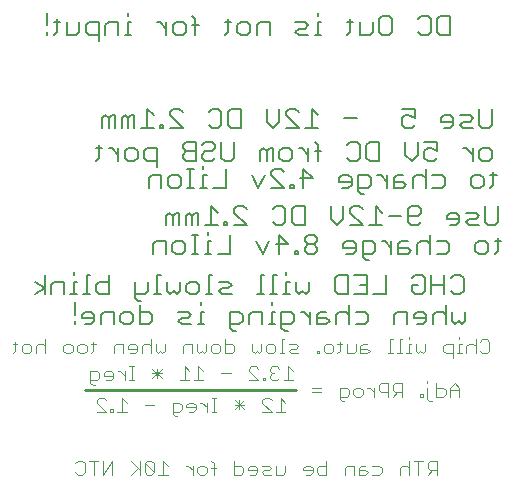
<source format=gbr>
G04 EAGLE Gerber RS-274X export*
G75*
%MOMM*%
%FSLAX34Y34*%
%LPD*%
%INSilkscreen Bottom*%
%IPPOS*%
%AMOC8*
5,1,8,0,0,1.08239X$1,22.5*%
G01*
%ADD10C,0.254000*%
%ADD11C,0.152400*%
%ADD12C,0.101600*%


D10*
X80010Y81280D02*
X259080Y81280D01*
D11*
X424688Y305734D02*
X424688Y319292D01*
X424688Y305734D02*
X421976Y303022D01*
X416553Y303022D01*
X413841Y305734D01*
X413841Y319292D01*
X408316Y303022D02*
X400182Y303022D01*
X397470Y305734D01*
X400182Y308445D01*
X405605Y308445D01*
X408316Y311157D01*
X405605Y313869D01*
X397470Y313869D01*
X389233Y303022D02*
X383810Y303022D01*
X389233Y303022D02*
X391945Y305734D01*
X391945Y311157D01*
X389233Y313869D01*
X383810Y313869D01*
X381098Y311157D01*
X381098Y308445D01*
X391945Y308445D01*
X359202Y319292D02*
X348355Y319292D01*
X359202Y319292D02*
X359202Y311157D01*
X353778Y313869D01*
X351067Y313869D01*
X348355Y311157D01*
X348355Y305734D01*
X351067Y303022D01*
X356490Y303022D01*
X359202Y305734D01*
X310087Y311157D02*
X299240Y311157D01*
X277344Y313869D02*
X271921Y319292D01*
X271921Y303022D01*
X277344Y303022D02*
X266497Y303022D01*
X260972Y303022D02*
X250126Y303022D01*
X260972Y303022D02*
X250126Y313869D01*
X250126Y316580D01*
X252837Y319292D01*
X258261Y319292D01*
X260972Y316580D01*
X244601Y319292D02*
X244601Y308445D01*
X239178Y303022D01*
X233754Y308445D01*
X233754Y319292D01*
X211858Y319292D02*
X211858Y303022D01*
X203723Y303022D01*
X201011Y305734D01*
X201011Y316580D01*
X203723Y319292D01*
X211858Y319292D01*
X187351Y319292D02*
X184640Y316580D01*
X187351Y319292D02*
X192775Y319292D01*
X195486Y316580D01*
X195486Y305734D01*
X192775Y303022D01*
X187351Y303022D01*
X184640Y305734D01*
X162743Y303022D02*
X151896Y303022D01*
X162743Y303022D02*
X151896Y313869D01*
X151896Y316580D01*
X154608Y319292D01*
X160031Y319292D01*
X162743Y316580D01*
X146371Y305734D02*
X146371Y303022D01*
X146371Y305734D02*
X143660Y305734D01*
X143660Y303022D01*
X146371Y303022D01*
X138186Y313869D02*
X132762Y319292D01*
X132762Y303022D01*
X127339Y303022D02*
X138186Y303022D01*
X121814Y303022D02*
X121814Y313869D01*
X119102Y313869D01*
X116391Y311157D01*
X116391Y303022D01*
X116391Y311157D02*
X113679Y313869D01*
X110968Y311157D01*
X110968Y303022D01*
X105443Y303022D02*
X105443Y313869D01*
X102731Y313869D01*
X100019Y311157D01*
X100019Y303022D01*
X100019Y311157D02*
X97308Y313869D01*
X94596Y311157D01*
X94596Y303022D01*
X416553Y275082D02*
X421976Y275082D01*
X416553Y275082D02*
X413841Y277794D01*
X413841Y283217D01*
X416553Y285929D01*
X421976Y285929D01*
X424688Y283217D01*
X424688Y277794D01*
X421976Y275082D01*
X408316Y275082D02*
X408316Y285929D01*
X402893Y285929D02*
X408316Y280505D01*
X402893Y285929D02*
X400182Y285929D01*
X378302Y291352D02*
X367455Y291352D01*
X378302Y291352D02*
X378302Y283217D01*
X372879Y285929D01*
X370167Y285929D01*
X367455Y283217D01*
X367455Y277794D01*
X370167Y275082D01*
X375590Y275082D01*
X378302Y277794D01*
X361930Y280505D02*
X361930Y291352D01*
X361930Y280505D02*
X356507Y275082D01*
X351084Y280505D01*
X351084Y291352D01*
X329187Y291352D02*
X329187Y275082D01*
X321052Y275082D01*
X318341Y277794D01*
X318341Y288640D01*
X321052Y291352D01*
X329187Y291352D01*
X304681Y291352D02*
X301969Y288640D01*
X304681Y291352D02*
X310104Y291352D01*
X312816Y288640D01*
X312816Y277794D01*
X310104Y275082D01*
X304681Y275082D01*
X301969Y277794D01*
X277361Y275082D02*
X277361Y288640D01*
X274649Y291352D01*
X274649Y283217D02*
X280073Y283217D01*
X269158Y285929D02*
X269158Y275082D01*
X269158Y280505D02*
X263735Y285929D01*
X261023Y285929D01*
X252804Y275082D02*
X247380Y275082D01*
X244669Y277794D01*
X244669Y283217D01*
X247380Y285929D01*
X252804Y285929D01*
X255515Y283217D01*
X255515Y277794D01*
X252804Y275082D01*
X239144Y275082D02*
X239144Y285929D01*
X236432Y285929D01*
X233720Y283217D01*
X233720Y275082D01*
X233720Y283217D02*
X231009Y285929D01*
X228297Y283217D01*
X228297Y275082D01*
X206401Y277794D02*
X206401Y291352D01*
X206401Y277794D02*
X203689Y275082D01*
X198266Y275082D01*
X195554Y277794D01*
X195554Y291352D01*
X181894Y291352D02*
X179182Y288640D01*
X181894Y291352D02*
X187317Y291352D01*
X190029Y288640D01*
X190029Y285929D01*
X187317Y283217D01*
X181894Y283217D01*
X179182Y280505D01*
X179182Y277794D01*
X181894Y275082D01*
X187317Y275082D01*
X190029Y277794D01*
X173657Y275082D02*
X173657Y291352D01*
X165522Y291352D01*
X162811Y288640D01*
X162811Y285929D01*
X165522Y283217D01*
X162811Y280505D01*
X162811Y277794D01*
X165522Y275082D01*
X173657Y275082D01*
X173657Y283217D02*
X165522Y283217D01*
X140914Y285929D02*
X140914Y269659D01*
X140914Y285929D02*
X132779Y285929D01*
X130068Y283217D01*
X130068Y277794D01*
X132779Y275082D01*
X140914Y275082D01*
X121831Y275082D02*
X116408Y275082D01*
X113696Y277794D01*
X113696Y283217D01*
X116408Y285929D01*
X121831Y285929D01*
X124543Y283217D01*
X124543Y277794D01*
X121831Y275082D01*
X108171Y275082D02*
X108171Y285929D01*
X102748Y285929D02*
X108171Y280505D01*
X102748Y285929D02*
X100036Y285929D01*
X91817Y288640D02*
X91817Y277794D01*
X89105Y275082D01*
X89105Y285929D02*
X94528Y285929D01*
X425786Y265780D02*
X425786Y254934D01*
X423075Y252222D01*
X423075Y263069D02*
X428498Y263069D01*
X414872Y252222D02*
X409449Y252222D01*
X406737Y254934D01*
X406737Y260357D01*
X409449Y263069D01*
X414872Y263069D01*
X417584Y260357D01*
X417584Y254934D01*
X414872Y252222D01*
X382129Y263069D02*
X373994Y263069D01*
X382129Y263069D02*
X384841Y260357D01*
X384841Y254934D01*
X382129Y252222D01*
X373994Y252222D01*
X368469Y252222D02*
X368469Y268492D01*
X365757Y263069D02*
X368469Y260357D01*
X365757Y263069D02*
X360334Y263069D01*
X357622Y260357D01*
X357622Y252222D01*
X349386Y263069D02*
X343962Y263069D01*
X341251Y260357D01*
X341251Y252222D01*
X349386Y252222D01*
X352097Y254934D01*
X349386Y257645D01*
X341251Y257645D01*
X335726Y252222D02*
X335726Y263069D01*
X330303Y263069D02*
X335726Y257645D01*
X330303Y263069D02*
X327591Y263069D01*
X316660Y246799D02*
X313948Y246799D01*
X311236Y249510D01*
X311236Y263069D01*
X319371Y263069D01*
X322083Y260357D01*
X322083Y254934D01*
X319371Y252222D01*
X311236Y252222D01*
X303000Y252222D02*
X297576Y252222D01*
X303000Y252222D02*
X305711Y254934D01*
X305711Y260357D01*
X303000Y263069D01*
X297576Y263069D01*
X294865Y260357D01*
X294865Y257645D01*
X305711Y257645D01*
X264833Y252222D02*
X264833Y268492D01*
X272968Y260357D01*
X262122Y260357D01*
X256597Y254934D02*
X256597Y252222D01*
X256597Y254934D02*
X253885Y254934D01*
X253885Y252222D01*
X256597Y252222D01*
X248411Y252222D02*
X237564Y252222D01*
X248411Y252222D02*
X237564Y263069D01*
X237564Y265780D01*
X240276Y268492D01*
X245699Y268492D01*
X248411Y265780D01*
X232039Y263069D02*
X226616Y252222D01*
X221193Y263069D01*
X199296Y268492D02*
X199296Y252222D01*
X188450Y252222D01*
X182925Y263069D02*
X180213Y263069D01*
X180213Y252222D01*
X182925Y252222D02*
X177501Y252222D01*
X180213Y268492D02*
X180213Y271204D01*
X172010Y252222D02*
X166587Y252222D01*
X169299Y252222D02*
X169299Y268492D01*
X172010Y268492D02*
X166587Y268492D01*
X158384Y252222D02*
X152961Y252222D01*
X150249Y254934D01*
X150249Y260357D01*
X152961Y263069D01*
X158384Y263069D01*
X161096Y260357D01*
X161096Y254934D01*
X158384Y252222D01*
X144724Y252222D02*
X144724Y263069D01*
X136589Y263069D01*
X133878Y260357D01*
X133878Y252222D01*
X389711Y175610D02*
X392423Y178322D01*
X397846Y178322D01*
X400558Y175610D01*
X400558Y164764D01*
X397846Y162052D01*
X392423Y162052D01*
X389711Y164764D01*
X384186Y162052D02*
X384186Y178322D01*
X384186Y170187D02*
X373340Y170187D01*
X373340Y178322D02*
X373340Y162052D01*
X359680Y178322D02*
X356968Y175610D01*
X359680Y178322D02*
X365103Y178322D01*
X367815Y175610D01*
X367815Y164764D01*
X365103Y162052D01*
X359680Y162052D01*
X356968Y164764D01*
X356968Y170187D01*
X362392Y170187D01*
X335072Y178322D02*
X335072Y162052D01*
X324225Y162052D01*
X318700Y178322D02*
X307854Y178322D01*
X318700Y178322D02*
X318700Y162052D01*
X307854Y162052D01*
X313277Y170187D02*
X318700Y170187D01*
X302329Y178322D02*
X302329Y162052D01*
X294194Y162052D01*
X291482Y164764D01*
X291482Y175610D01*
X294194Y178322D01*
X302329Y178322D01*
X269586Y172899D02*
X269586Y164764D01*
X266874Y162052D01*
X264162Y164764D01*
X261451Y162052D01*
X258739Y164764D01*
X258739Y172899D01*
X253214Y172899D02*
X250502Y172899D01*
X250502Y162052D01*
X247791Y162052D02*
X253214Y162052D01*
X250502Y178322D02*
X250502Y181034D01*
X242300Y178322D02*
X239588Y178322D01*
X239588Y162052D01*
X242300Y162052D02*
X236876Y162052D01*
X231385Y178322D02*
X228674Y178322D01*
X228674Y162052D01*
X231385Y162052D02*
X225962Y162052D01*
X204099Y162052D02*
X195964Y162052D01*
X193253Y164764D01*
X195964Y167475D01*
X201388Y167475D01*
X204099Y170187D01*
X201388Y172899D01*
X193253Y172899D01*
X187728Y178322D02*
X185016Y178322D01*
X185016Y162052D01*
X187728Y162052D02*
X182304Y162052D01*
X174102Y162052D02*
X168678Y162052D01*
X165967Y164764D01*
X165967Y170187D01*
X168678Y172899D01*
X174102Y172899D01*
X176813Y170187D01*
X176813Y164764D01*
X174102Y162052D01*
X160442Y164764D02*
X160442Y172899D01*
X160442Y164764D02*
X157730Y162052D01*
X155018Y164764D01*
X152307Y162052D01*
X149595Y164764D01*
X149595Y172899D01*
X144070Y178322D02*
X141359Y178322D01*
X141359Y162052D01*
X144070Y162052D02*
X138647Y162052D01*
X133156Y164764D02*
X133156Y172899D01*
X133156Y164764D02*
X130444Y162052D01*
X122309Y162052D01*
X122309Y159340D02*
X122309Y172899D01*
X122309Y159340D02*
X125021Y156629D01*
X127733Y156629D01*
X100413Y162052D02*
X100413Y178322D01*
X100413Y162052D02*
X92278Y162052D01*
X89566Y164764D01*
X89566Y170187D01*
X92278Y172899D01*
X100413Y172899D01*
X84041Y178322D02*
X81330Y178322D01*
X81330Y162052D01*
X84041Y162052D02*
X78618Y162052D01*
X73127Y172899D02*
X70415Y172899D01*
X70415Y162052D01*
X73127Y162052D02*
X67703Y162052D01*
X70415Y178322D02*
X70415Y181034D01*
X62212Y172899D02*
X62212Y162052D01*
X62212Y172899D02*
X54077Y172899D01*
X51366Y170187D01*
X51366Y162052D01*
X45841Y162052D02*
X45841Y178322D01*
X45841Y167475D02*
X37706Y162052D01*
X45841Y167475D02*
X37706Y172899D01*
X401828Y147499D02*
X401828Y139364D01*
X399116Y136652D01*
X396405Y139364D01*
X393693Y136652D01*
X390981Y139364D01*
X390981Y147499D01*
X385456Y152922D02*
X385456Y136652D01*
X385456Y144787D02*
X382745Y147499D01*
X377322Y147499D01*
X374610Y144787D01*
X374610Y136652D01*
X366373Y136652D02*
X360950Y136652D01*
X366373Y136652D02*
X369085Y139364D01*
X369085Y144787D01*
X366373Y147499D01*
X360950Y147499D01*
X358238Y144787D01*
X358238Y142075D01*
X369085Y142075D01*
X352713Y136652D02*
X352713Y147499D01*
X344578Y147499D01*
X341867Y144787D01*
X341867Y136652D01*
X317259Y147499D02*
X309124Y147499D01*
X317259Y147499D02*
X319970Y144787D01*
X319970Y139364D01*
X317259Y136652D01*
X309124Y136652D01*
X303599Y136652D02*
X303599Y152922D01*
X300887Y147499D02*
X303599Y144787D01*
X300887Y147499D02*
X295464Y147499D01*
X292752Y144787D01*
X292752Y136652D01*
X284515Y147499D02*
X279092Y147499D01*
X276380Y144787D01*
X276380Y136652D01*
X284515Y136652D01*
X287227Y139364D01*
X284515Y142075D01*
X276380Y142075D01*
X270856Y136652D02*
X270856Y147499D01*
X270856Y142075D02*
X265432Y147499D01*
X262721Y147499D01*
X251789Y131229D02*
X249078Y131229D01*
X246366Y133940D01*
X246366Y147499D01*
X254501Y147499D01*
X257213Y144787D01*
X257213Y139364D01*
X254501Y136652D01*
X246366Y136652D01*
X240841Y147499D02*
X238129Y147499D01*
X238129Y136652D01*
X235418Y136652D02*
X240841Y136652D01*
X238129Y152922D02*
X238129Y155634D01*
X229927Y147499D02*
X229927Y136652D01*
X229927Y147499D02*
X221792Y147499D01*
X219080Y144787D01*
X219080Y136652D01*
X208132Y131229D02*
X205420Y131229D01*
X202708Y133940D01*
X202708Y147499D01*
X210843Y147499D01*
X213555Y144787D01*
X213555Y139364D01*
X210843Y136652D01*
X202708Y136652D01*
X180812Y147499D02*
X178100Y147499D01*
X178100Y136652D01*
X175389Y136652D02*
X180812Y136652D01*
X178100Y152922D02*
X178100Y155634D01*
X169898Y136652D02*
X161763Y136652D01*
X159051Y139364D01*
X161763Y142075D01*
X167186Y142075D01*
X169898Y144787D01*
X167186Y147499D01*
X159051Y147499D01*
X126308Y152922D02*
X126308Y136652D01*
X134443Y136652D01*
X137154Y139364D01*
X137154Y144787D01*
X134443Y147499D01*
X126308Y147499D01*
X118071Y136652D02*
X112648Y136652D01*
X109936Y139364D01*
X109936Y144787D01*
X112648Y147499D01*
X118071Y147499D01*
X120783Y144787D01*
X120783Y139364D01*
X118071Y136652D01*
X104411Y136652D02*
X104411Y147499D01*
X96276Y147499D01*
X93565Y144787D01*
X93565Y136652D01*
X85328Y136652D02*
X79905Y136652D01*
X85328Y136652D02*
X88040Y139364D01*
X88040Y144787D01*
X85328Y147499D01*
X79905Y147499D01*
X77193Y144787D01*
X77193Y142075D01*
X88040Y142075D01*
X71668Y139364D02*
X71668Y136652D01*
X71668Y144787D02*
X71668Y155634D01*
X389128Y381762D02*
X389128Y398032D01*
X389128Y381762D02*
X380993Y381762D01*
X378281Y384474D01*
X378281Y395320D01*
X380993Y398032D01*
X389128Y398032D01*
X364622Y398032D02*
X361910Y395320D01*
X364622Y398032D02*
X370045Y398032D01*
X372756Y395320D01*
X372756Y384474D01*
X370045Y381762D01*
X364622Y381762D01*
X361910Y384474D01*
X337302Y398032D02*
X331878Y398032D01*
X337302Y398032D02*
X340013Y395320D01*
X340013Y384474D01*
X337302Y381762D01*
X331878Y381762D01*
X329167Y384474D01*
X329167Y395320D01*
X331878Y398032D01*
X323642Y392609D02*
X323642Y384474D01*
X320930Y381762D01*
X312795Y381762D01*
X312795Y392609D01*
X304559Y395320D02*
X304559Y384474D01*
X301847Y381762D01*
X301847Y392609D02*
X307270Y392609D01*
X279984Y392609D02*
X277273Y392609D01*
X277273Y381762D01*
X279984Y381762D02*
X274561Y381762D01*
X277273Y398032D02*
X277273Y400744D01*
X269070Y381762D02*
X260935Y381762D01*
X258223Y384474D01*
X260935Y387185D01*
X266358Y387185D01*
X269070Y389897D01*
X266358Y392609D01*
X258223Y392609D01*
X236327Y392609D02*
X236327Y381762D01*
X236327Y392609D02*
X228192Y392609D01*
X225480Y389897D01*
X225480Y381762D01*
X217244Y381762D02*
X211820Y381762D01*
X209109Y384474D01*
X209109Y389897D01*
X211820Y392609D01*
X217244Y392609D01*
X219955Y389897D01*
X219955Y384474D01*
X217244Y381762D01*
X200872Y384474D02*
X200872Y395320D01*
X200872Y384474D02*
X198160Y381762D01*
X198160Y392609D02*
X203584Y392609D01*
X173586Y395320D02*
X173586Y381762D01*
X173586Y395320D02*
X170874Y398032D01*
X170874Y389897D02*
X176298Y389897D01*
X162672Y381762D02*
X157248Y381762D01*
X154537Y384474D01*
X154537Y389897D01*
X157248Y392609D01*
X162672Y392609D01*
X165383Y389897D01*
X165383Y384474D01*
X162672Y381762D01*
X149012Y381762D02*
X149012Y392609D01*
X149012Y387185D02*
X143588Y392609D01*
X140877Y392609D01*
X118997Y392609D02*
X116286Y392609D01*
X116286Y381762D01*
X118997Y381762D02*
X113574Y381762D01*
X116286Y398032D02*
X116286Y400744D01*
X108083Y392609D02*
X108083Y381762D01*
X108083Y392609D02*
X99948Y392609D01*
X97236Y389897D01*
X97236Y381762D01*
X91711Y376339D02*
X91711Y392609D01*
X83576Y392609D01*
X80865Y389897D01*
X80865Y384474D01*
X83576Y381762D01*
X91711Y381762D01*
X75340Y384474D02*
X75340Y392609D01*
X75340Y384474D02*
X72628Y381762D01*
X64493Y381762D01*
X64493Y392609D01*
X56257Y395320D02*
X56257Y384474D01*
X53545Y381762D01*
X53545Y392609D02*
X58968Y392609D01*
X48054Y384474D02*
X48054Y381762D01*
X48054Y389897D02*
X48054Y400744D01*
D12*
X397002Y83234D02*
X397002Y75438D01*
X397002Y83234D02*
X393104Y87132D01*
X389206Y83234D01*
X389206Y75438D01*
X389206Y81285D02*
X397002Y81285D01*
X377512Y87132D02*
X377512Y75438D01*
X383359Y75438D01*
X385308Y77387D01*
X385308Y81285D01*
X383359Y83234D01*
X377512Y83234D01*
X373614Y71540D02*
X371665Y71540D01*
X369716Y73489D01*
X369716Y83234D01*
X369716Y87132D02*
X369716Y89081D01*
X365818Y77387D02*
X365818Y75438D01*
X365818Y77387D02*
X363869Y77387D01*
X363869Y75438D01*
X365818Y75438D01*
X348277Y75438D02*
X348277Y87132D01*
X342430Y87132D01*
X340481Y85183D01*
X340481Y81285D01*
X342430Y79336D01*
X348277Y79336D01*
X344379Y79336D02*
X340481Y75438D01*
X336583Y75438D02*
X336583Y87132D01*
X330736Y87132D01*
X328787Y85183D01*
X328787Y81285D01*
X330736Y79336D01*
X336583Y79336D01*
X324889Y75438D02*
X324889Y83234D01*
X324889Y79336D02*
X320991Y83234D01*
X319042Y83234D01*
X313195Y75438D02*
X309297Y75438D01*
X307348Y77387D01*
X307348Y81285D01*
X309297Y83234D01*
X313195Y83234D01*
X315144Y81285D01*
X315144Y77387D01*
X313195Y75438D01*
X299552Y71540D02*
X297603Y71540D01*
X295654Y73489D01*
X295654Y83234D01*
X301501Y83234D01*
X303450Y81285D01*
X303450Y77387D01*
X301501Y75438D01*
X295654Y75438D01*
X280062Y79336D02*
X272266Y79336D01*
X272266Y83234D02*
X280062Y83234D01*
X256032Y97204D02*
X252134Y101102D01*
X252134Y89408D01*
X256032Y89408D02*
X248236Y89408D01*
X244338Y99153D02*
X242389Y101102D01*
X238491Y101102D01*
X236542Y99153D01*
X236542Y97204D01*
X238491Y95255D01*
X240440Y95255D01*
X238491Y95255D02*
X236542Y93306D01*
X236542Y91357D01*
X238491Y89408D01*
X242389Y89408D01*
X244338Y91357D01*
X232644Y91357D02*
X232644Y89408D01*
X232644Y91357D02*
X230695Y91357D01*
X230695Y89408D01*
X232644Y89408D01*
X226797Y89408D02*
X219001Y89408D01*
X226797Y89408D02*
X219001Y97204D01*
X219001Y99153D01*
X220950Y101102D01*
X224848Y101102D01*
X226797Y99153D01*
X203409Y95255D02*
X195613Y95255D01*
X180021Y97204D02*
X176123Y101102D01*
X176123Y89408D01*
X180021Y89408D02*
X172225Y89408D01*
X168327Y97204D02*
X164429Y101102D01*
X164429Y89408D01*
X168327Y89408D02*
X160531Y89408D01*
X144939Y99153D02*
X137143Y91357D01*
X144939Y91357D02*
X137143Y99153D01*
X137143Y95255D02*
X144939Y95255D01*
X141041Y91357D02*
X141041Y99153D01*
X121551Y89408D02*
X117653Y89408D01*
X119602Y89408D02*
X119602Y101102D01*
X121551Y101102D02*
X117653Y101102D01*
X113755Y97204D02*
X113755Y89408D01*
X113755Y93306D02*
X109857Y97204D01*
X107908Y97204D01*
X102061Y89408D02*
X98163Y89408D01*
X102061Y89408D02*
X104010Y91357D01*
X104010Y95255D01*
X102061Y97204D01*
X98163Y97204D01*
X96214Y95255D01*
X96214Y93306D01*
X104010Y93306D01*
X88419Y85510D02*
X86470Y85510D01*
X84521Y87459D01*
X84521Y97204D01*
X90368Y97204D01*
X92316Y95255D01*
X92316Y91357D01*
X90368Y89408D01*
X84521Y89408D01*
X245784Y74432D02*
X249682Y70534D01*
X245784Y74432D02*
X245784Y62738D01*
X249682Y62738D02*
X241886Y62738D01*
X237988Y62738D02*
X230192Y62738D01*
X237988Y62738D02*
X230192Y70534D01*
X230192Y72483D01*
X232141Y74432D01*
X236039Y74432D01*
X237988Y72483D01*
X214600Y72483D02*
X206804Y64687D01*
X214600Y64687D02*
X206804Y72483D01*
X206804Y68585D02*
X214600Y68585D01*
X210702Y64687D02*
X210702Y72483D01*
X191212Y62738D02*
X187314Y62738D01*
X189263Y62738D02*
X189263Y74432D01*
X191212Y74432D02*
X187314Y74432D01*
X183416Y70534D02*
X183416Y62738D01*
X183416Y66636D02*
X179518Y70534D01*
X177569Y70534D01*
X171722Y62738D02*
X167824Y62738D01*
X171722Y62738D02*
X173671Y64687D01*
X173671Y68585D01*
X171722Y70534D01*
X167824Y70534D01*
X165875Y68585D01*
X165875Y66636D01*
X173671Y66636D01*
X158079Y58840D02*
X156130Y58840D01*
X154181Y60789D01*
X154181Y70534D01*
X160028Y70534D01*
X161977Y68585D01*
X161977Y64687D01*
X160028Y62738D01*
X154181Y62738D01*
X138589Y68585D02*
X130793Y68585D01*
X115201Y70534D02*
X111303Y74432D01*
X111303Y62738D01*
X115201Y62738D02*
X107405Y62738D01*
X103507Y62738D02*
X103507Y64687D01*
X101558Y64687D01*
X101558Y62738D01*
X103507Y62738D01*
X97660Y62738D02*
X89864Y62738D01*
X97660Y62738D02*
X89864Y70534D01*
X89864Y72483D01*
X91813Y74432D01*
X95711Y74432D01*
X97660Y72483D01*
X377952Y21092D02*
X377952Y9398D01*
X377952Y21092D02*
X372105Y21092D01*
X370156Y19143D01*
X370156Y15245D01*
X372105Y13296D01*
X377952Y13296D01*
X374054Y13296D02*
X370156Y9398D01*
X362360Y9398D02*
X362360Y21092D01*
X366258Y21092D02*
X358462Y21092D01*
X354564Y21092D02*
X354564Y9398D01*
X354564Y15245D02*
X352615Y17194D01*
X348717Y17194D01*
X346768Y15245D01*
X346768Y9398D01*
X329227Y17194D02*
X323380Y17194D01*
X329227Y17194D02*
X331176Y15245D01*
X331176Y11347D01*
X329227Y9398D01*
X323380Y9398D01*
X317533Y17194D02*
X313635Y17194D01*
X311686Y15245D01*
X311686Y9398D01*
X317533Y9398D01*
X319482Y11347D01*
X317533Y13296D01*
X311686Y13296D01*
X307788Y9398D02*
X307788Y17194D01*
X301941Y17194D01*
X299992Y15245D01*
X299992Y9398D01*
X284400Y9398D02*
X284400Y21092D01*
X284400Y9398D02*
X278553Y9398D01*
X276604Y11347D01*
X276604Y15245D01*
X278553Y17194D01*
X284400Y17194D01*
X270757Y9398D02*
X266859Y9398D01*
X270757Y9398D02*
X272706Y11347D01*
X272706Y15245D01*
X270757Y17194D01*
X266859Y17194D01*
X264910Y15245D01*
X264910Y13296D01*
X272706Y13296D01*
X249318Y11347D02*
X249318Y17194D01*
X249318Y11347D02*
X247369Y9398D01*
X241522Y9398D01*
X241522Y17194D01*
X237624Y9398D02*
X231777Y9398D01*
X229828Y11347D01*
X231777Y13296D01*
X235675Y13296D01*
X237624Y15245D01*
X235675Y17194D01*
X229828Y17194D01*
X223981Y9398D02*
X220083Y9398D01*
X223981Y9398D02*
X225930Y11347D01*
X225930Y15245D01*
X223981Y17194D01*
X220083Y17194D01*
X218134Y15245D01*
X218134Y13296D01*
X225930Y13296D01*
X206440Y9398D02*
X206440Y21092D01*
X206440Y9398D02*
X212287Y9398D01*
X214236Y11347D01*
X214236Y15245D01*
X212287Y17194D01*
X206440Y17194D01*
X188900Y19143D02*
X188900Y9398D01*
X188900Y19143D02*
X186951Y21092D01*
X186951Y15245D02*
X190849Y15245D01*
X181104Y9398D02*
X177206Y9398D01*
X175257Y11347D01*
X175257Y15245D01*
X177206Y17194D01*
X181104Y17194D01*
X183053Y15245D01*
X183053Y11347D01*
X181104Y9398D01*
X171359Y9398D02*
X171359Y17194D01*
X171359Y13296D02*
X167461Y17194D01*
X165512Y17194D01*
X149920Y17194D02*
X146022Y21092D01*
X146022Y9398D01*
X149920Y9398D02*
X142124Y9398D01*
X138226Y11347D02*
X138226Y19143D01*
X136277Y21092D01*
X132379Y21092D01*
X130430Y19143D01*
X130430Y11347D01*
X132379Y9398D01*
X136277Y9398D01*
X138226Y11347D01*
X130430Y19143D01*
X126532Y21092D02*
X126532Y9398D01*
X126532Y13296D02*
X118736Y21092D01*
X124583Y15245D02*
X118736Y9398D01*
X103144Y9398D02*
X103144Y21092D01*
X95348Y9398D01*
X95348Y21092D01*
X87552Y21092D02*
X87552Y9398D01*
X91450Y21092D02*
X83654Y21092D01*
X73909Y21092D02*
X71960Y19143D01*
X73909Y21092D02*
X77807Y21092D01*
X79756Y19143D01*
X79756Y11347D01*
X77807Y9398D01*
X73909Y9398D01*
X71960Y11347D01*
X414606Y122013D02*
X416555Y123962D01*
X420453Y123962D01*
X422402Y122013D01*
X422402Y114217D01*
X420453Y112268D01*
X416555Y112268D01*
X414606Y114217D01*
X410708Y112268D02*
X410708Y123962D01*
X408759Y120064D02*
X410708Y118115D01*
X408759Y120064D02*
X404861Y120064D01*
X402912Y118115D01*
X402912Y112268D01*
X399014Y120064D02*
X397065Y120064D01*
X397065Y112268D01*
X399014Y112268D02*
X395116Y112268D01*
X397065Y123962D02*
X397065Y125911D01*
X391218Y120064D02*
X391218Y108370D01*
X391218Y120064D02*
X385371Y120064D01*
X383422Y118115D01*
X383422Y114217D01*
X385371Y112268D01*
X391218Y112268D01*
X367830Y114217D02*
X367830Y120064D01*
X367830Y114217D02*
X365881Y112268D01*
X363932Y114217D01*
X361983Y112268D01*
X360034Y114217D01*
X360034Y120064D01*
X356136Y120064D02*
X354187Y120064D01*
X354187Y112268D01*
X356136Y112268D02*
X352238Y112268D01*
X354187Y123962D02*
X354187Y125911D01*
X348340Y123962D02*
X346391Y123962D01*
X346391Y112268D01*
X348340Y112268D02*
X344442Y112268D01*
X340544Y123962D02*
X338595Y123962D01*
X338595Y112268D01*
X340544Y112268D02*
X336646Y112268D01*
X319105Y120064D02*
X315207Y120064D01*
X313258Y118115D01*
X313258Y112268D01*
X319105Y112268D01*
X321054Y114217D01*
X319105Y116166D01*
X313258Y116166D01*
X309360Y114217D02*
X309360Y120064D01*
X309360Y114217D02*
X307411Y112268D01*
X301564Y112268D01*
X301564Y120064D01*
X295717Y122013D02*
X295717Y114217D01*
X293768Y112268D01*
X293768Y120064D02*
X297666Y120064D01*
X287921Y112268D02*
X284023Y112268D01*
X282074Y114217D01*
X282074Y118115D01*
X284023Y120064D01*
X287921Y120064D01*
X289870Y118115D01*
X289870Y114217D01*
X287921Y112268D01*
X278176Y112268D02*
X278176Y114217D01*
X276227Y114217D01*
X276227Y112268D01*
X278176Y112268D01*
X260636Y112268D02*
X254789Y112268D01*
X252840Y114217D01*
X254789Y116166D01*
X258687Y116166D01*
X260636Y118115D01*
X258687Y120064D01*
X252840Y120064D01*
X248942Y123962D02*
X246993Y123962D01*
X246993Y112268D01*
X248942Y112268D02*
X245044Y112268D01*
X239197Y112268D02*
X235299Y112268D01*
X233350Y114217D01*
X233350Y118115D01*
X235299Y120064D01*
X239197Y120064D01*
X241146Y118115D01*
X241146Y114217D01*
X239197Y112268D01*
X229452Y114217D02*
X229452Y120064D01*
X229452Y114217D02*
X227503Y112268D01*
X225554Y114217D01*
X223605Y112268D01*
X221656Y114217D01*
X221656Y120064D01*
X198268Y123962D02*
X198268Y112268D01*
X204115Y112268D01*
X206064Y114217D01*
X206064Y118115D01*
X204115Y120064D01*
X198268Y120064D01*
X192421Y112268D02*
X188523Y112268D01*
X186574Y114217D01*
X186574Y118115D01*
X188523Y120064D01*
X192421Y120064D01*
X194370Y118115D01*
X194370Y114217D01*
X192421Y112268D01*
X182676Y114217D02*
X182676Y120064D01*
X182676Y114217D02*
X180727Y112268D01*
X178778Y114217D01*
X176829Y112268D01*
X174880Y114217D01*
X174880Y120064D01*
X170982Y120064D02*
X170982Y112268D01*
X170982Y120064D02*
X165135Y120064D01*
X163186Y118115D01*
X163186Y112268D01*
X147594Y114217D02*
X147594Y120064D01*
X147594Y114217D02*
X145645Y112268D01*
X143696Y114217D01*
X141747Y112268D01*
X139798Y114217D01*
X139798Y120064D01*
X135900Y123962D02*
X135900Y112268D01*
X135900Y118115D02*
X133951Y120064D01*
X130053Y120064D01*
X128104Y118115D01*
X128104Y112268D01*
X122257Y112268D02*
X118359Y112268D01*
X122257Y112268D02*
X124206Y114217D01*
X124206Y118115D01*
X122257Y120064D01*
X118359Y120064D01*
X116410Y118115D01*
X116410Y116166D01*
X124206Y116166D01*
X112512Y112268D02*
X112512Y120064D01*
X106665Y120064D01*
X104716Y118115D01*
X104716Y112268D01*
X87175Y114217D02*
X87175Y122013D01*
X87175Y114217D02*
X85226Y112268D01*
X85226Y120064D02*
X89124Y120064D01*
X79379Y112268D02*
X75481Y112268D01*
X73532Y114217D01*
X73532Y118115D01*
X75481Y120064D01*
X79379Y120064D01*
X81328Y118115D01*
X81328Y114217D01*
X79379Y112268D01*
X67685Y112268D02*
X63787Y112268D01*
X61838Y114217D01*
X61838Y118115D01*
X63787Y120064D01*
X67685Y120064D01*
X69634Y118115D01*
X69634Y114217D01*
X67685Y112268D01*
X46246Y112268D02*
X46246Y123962D01*
X44297Y120064D02*
X46246Y118115D01*
X44297Y120064D02*
X40399Y120064D01*
X38450Y118115D01*
X38450Y112268D01*
X32603Y112268D02*
X28705Y112268D01*
X26756Y114217D01*
X26756Y118115D01*
X28705Y120064D01*
X32603Y120064D01*
X34552Y118115D01*
X34552Y114217D01*
X32603Y112268D01*
X20909Y114217D02*
X20909Y122013D01*
X20909Y114217D02*
X18960Y112268D01*
X18960Y120064D02*
X22858Y120064D01*
D11*
X429768Y223184D02*
X429768Y236742D01*
X429768Y223184D02*
X427056Y220472D01*
X421633Y220472D01*
X418921Y223184D01*
X418921Y236742D01*
X413396Y220472D02*
X405262Y220472D01*
X402550Y223184D01*
X405262Y225895D01*
X410685Y225895D01*
X413396Y228607D01*
X410685Y231319D01*
X402550Y231319D01*
X394313Y220472D02*
X388890Y220472D01*
X394313Y220472D02*
X397025Y223184D01*
X397025Y228607D01*
X394313Y231319D01*
X388890Y231319D01*
X386178Y228607D01*
X386178Y225895D01*
X397025Y225895D01*
X364282Y223184D02*
X361570Y220472D01*
X356147Y220472D01*
X353435Y223184D01*
X353435Y234030D01*
X356147Y236742D01*
X361570Y236742D01*
X364282Y234030D01*
X364282Y231319D01*
X361570Y228607D01*
X353435Y228607D01*
X347910Y228607D02*
X337064Y228607D01*
X331539Y231319D02*
X326115Y236742D01*
X326115Y220472D01*
X320692Y220472D02*
X331539Y220472D01*
X315167Y220472D02*
X304320Y220472D01*
X315167Y220472D02*
X304320Y231319D01*
X304320Y234030D01*
X307032Y236742D01*
X312455Y236742D01*
X315167Y234030D01*
X298796Y236742D02*
X298796Y225895D01*
X293372Y220472D01*
X287949Y225895D01*
X287949Y236742D01*
X266052Y236742D02*
X266052Y220472D01*
X257917Y220472D01*
X255206Y223184D01*
X255206Y234030D01*
X257917Y236742D01*
X266052Y236742D01*
X241546Y236742D02*
X238834Y234030D01*
X241546Y236742D02*
X246969Y236742D01*
X249681Y234030D01*
X249681Y223184D01*
X246969Y220472D01*
X241546Y220472D01*
X238834Y223184D01*
X216938Y220472D02*
X206091Y220472D01*
X216938Y220472D02*
X206091Y231319D01*
X206091Y234030D01*
X208803Y236742D01*
X214226Y236742D01*
X216938Y234030D01*
X200566Y223184D02*
X200566Y220472D01*
X200566Y223184D02*
X197855Y223184D01*
X197855Y220472D01*
X200566Y220472D01*
X192380Y231319D02*
X186957Y236742D01*
X186957Y220472D01*
X192380Y220472D02*
X181534Y220472D01*
X176009Y220472D02*
X176009Y231319D01*
X173297Y231319D01*
X170586Y228607D01*
X170586Y220472D01*
X170586Y228607D02*
X167874Y231319D01*
X165162Y228607D01*
X165162Y220472D01*
X159637Y220472D02*
X159637Y231319D01*
X156926Y231319D01*
X154214Y228607D01*
X154214Y220472D01*
X154214Y228607D02*
X151502Y231319D01*
X148791Y228607D01*
X148791Y220472D01*
X429596Y209900D02*
X429596Y199054D01*
X426885Y196342D01*
X426885Y207189D02*
X432308Y207189D01*
X418682Y196342D02*
X413259Y196342D01*
X410547Y199054D01*
X410547Y204477D01*
X413259Y207189D01*
X418682Y207189D01*
X421394Y204477D01*
X421394Y199054D01*
X418682Y196342D01*
X385939Y207189D02*
X377804Y207189D01*
X385939Y207189D02*
X388651Y204477D01*
X388651Y199054D01*
X385939Y196342D01*
X377804Y196342D01*
X372279Y196342D02*
X372279Y212612D01*
X369567Y207189D02*
X372279Y204477D01*
X369567Y207189D02*
X364144Y207189D01*
X361432Y204477D01*
X361432Y196342D01*
X353196Y207189D02*
X347772Y207189D01*
X345061Y204477D01*
X345061Y196342D01*
X353196Y196342D01*
X355907Y199054D01*
X353196Y201765D01*
X345061Y201765D01*
X339536Y196342D02*
X339536Y207189D01*
X334113Y207189D02*
X339536Y201765D01*
X334113Y207189D02*
X331401Y207189D01*
X320470Y190919D02*
X317758Y190919D01*
X315046Y193630D01*
X315046Y207189D01*
X323181Y207189D01*
X325893Y204477D01*
X325893Y199054D01*
X323181Y196342D01*
X315046Y196342D01*
X306810Y196342D02*
X301386Y196342D01*
X306810Y196342D02*
X309521Y199054D01*
X309521Y204477D01*
X306810Y207189D01*
X301386Y207189D01*
X298675Y204477D01*
X298675Y201765D01*
X309521Y201765D01*
X276778Y209900D02*
X274067Y212612D01*
X268643Y212612D01*
X265932Y209900D01*
X265932Y207189D01*
X268643Y204477D01*
X265932Y201765D01*
X265932Y199054D01*
X268643Y196342D01*
X274067Y196342D01*
X276778Y199054D01*
X276778Y201765D01*
X274067Y204477D01*
X276778Y207189D01*
X276778Y209900D01*
X274067Y204477D02*
X268643Y204477D01*
X260407Y199054D02*
X260407Y196342D01*
X260407Y199054D02*
X257695Y199054D01*
X257695Y196342D01*
X260407Y196342D01*
X244086Y196342D02*
X244086Y212612D01*
X252221Y204477D01*
X241374Y204477D01*
X235849Y207189D02*
X230426Y196342D01*
X225003Y207189D01*
X203106Y212612D02*
X203106Y196342D01*
X192260Y196342D01*
X186735Y207189D02*
X184023Y207189D01*
X184023Y196342D01*
X186735Y196342D02*
X181311Y196342D01*
X184023Y212612D02*
X184023Y215324D01*
X175820Y196342D02*
X170397Y196342D01*
X173109Y196342D02*
X173109Y212612D01*
X175820Y212612D02*
X170397Y212612D01*
X162194Y196342D02*
X156771Y196342D01*
X154059Y199054D01*
X154059Y204477D01*
X156771Y207189D01*
X162194Y207189D01*
X164906Y204477D01*
X164906Y199054D01*
X162194Y196342D01*
X148534Y196342D02*
X148534Y207189D01*
X140399Y207189D01*
X137688Y204477D01*
X137688Y196342D01*
M02*

</source>
